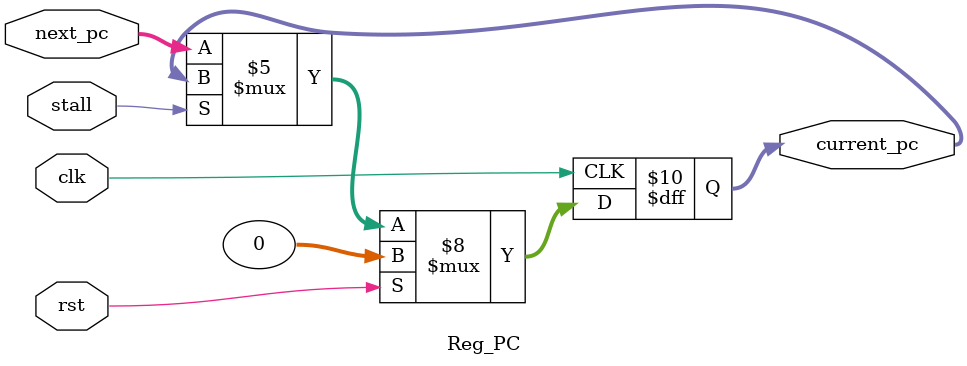
<source format=sv>
module Reg_PC (
    input clk,
    input rst,
    input [31:0] next_pc,
    input stall,            //new
    output reg [31:0] current_pc
);


always @(posedge clk) begin
    if(rst == 1 )begin
        current_pc <= 0 ;
    end
    else begin 
        if(stall == 1) begin
            current_pc <= current_pc ; 
        end
        else begin 
            current_pc <= next_pc ; 
        end
    end
end

endmodule
</source>
